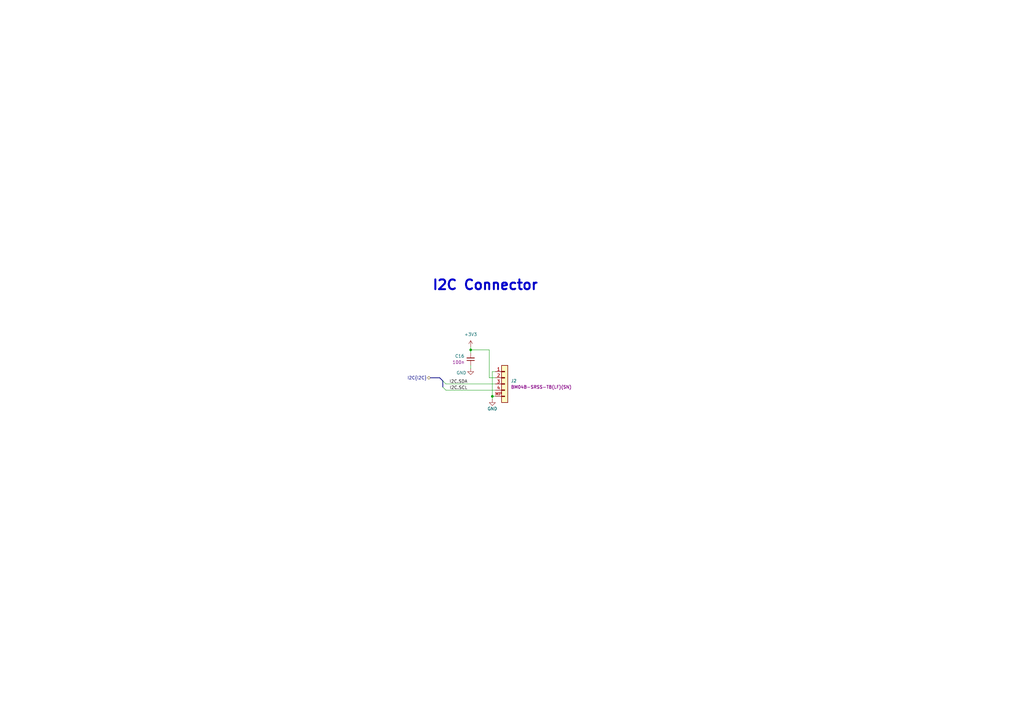
<source format=kicad_sch>
(kicad_sch (version 20250114) (generator "eeschema") (generator_version "9.0")
  (paper "A3")
  (title_block (title "DC-SCM Carrier Card for OSM-L SoMs") (date "2025-10-14") (rev "1.1.0"))
  (lib_symbols
    (symbol "GND_1" (power) (pin_numbers (hide yes)) (pin_names (hide yes))
      (property "Value" "GND" (at 8.89 -5.08 0))
      (symbol "GND_1_1_1"
        (polyline (pts (xy 0 0) (xy 0 -1.27) (xy 1.27 -1.27) (xy 0 -2.54) (xy -1.27 -1.27) (xy 0 -1.27)))
        (pin power_in line (at 0 0 270) (length 0) (name "GND") (number "1"))
      )
    )
    (symbol "antmicroCapacitors0402:C_100n_0402" (pin_numbers (hide yes)) (pin_names (hide yes))
      (property "Reference" "C" (at 20.32 -5.08 0))
      (property "Val" "100n" (at 20.32 -7.62 0))
      (symbol "C_100n_0402_0_1"
        (polyline (pts (xy 2.032 -1.524) (xy 2.032 1.524)) (stroke (width 0.3048)))
        (polyline (pts (xy 3.048 -1.524) (xy 3.048 1.524)) (stroke (width 0.3302)))
      )
      (symbol "C_100n_0402_1_1"
        (pin passive line (at 0 0 0) (length 2.032) (name "~") (number "1"))
        (pin passive line (at 5.08 0 180) (length 2.032) (name "~") (number "2"))
      )
    )
    (symbol "antmicroWire2BoardConnectors:JST_SH_1x4_BM04B-SRSS-TB-LF-SN"
      (property "Reference" "J" (at 20.32 -5.08 0))
      (property "MPN" "BM04B-SRSS-TB(LF)(SN) " (at 20.32 -15.24 0))
      (symbol "JST_SH_1x4_BM04B-SRSS-TB-LF-SN_1_1"
        (rectangle (start 2.54 2.54) (end 5.08 -12.7) (stroke (width 0.254)) (fill (type background)))
        (rectangle (start 2.54 0.127) (end 3.81 -0.127) (stroke (width 0.254)) (fill (type background)))
        (rectangle (start 2.54 -2.413) (end 3.81 -2.667) (stroke (width 0.254)) (fill (type background)))
        (rectangle (start 2.54 -4.953) (end 3.81 -5.207) (stroke (width 0.254)) (fill (type background)))
        (rectangle (start 2.54 -7.493) (end 3.81 -7.747) (stroke (width 0.254)) (fill (type background)))
        (rectangle (start 2.54 -10.033) (end 3.81 -10.287) (stroke (width 0.254)) (fill (type background)))
        (pin passive line (at 0 0 0) (length 2.54) (name "~") (number "1"))
        (pin passive line (at 0 -2.54 0) (length 2.54) (name "~") (number "2"))
        (pin passive line (at 0 -5.08 0) (length 2.54) (name "~") (number "3"))
        (pin passive line (at 0 -7.62 0) (length 2.54) (name "~") (number "4"))
        (pin passive line (at 0 -10.16 0) (length 2.54) (name "~") (number "MP"))
      )
    )
    (symbol "antmicropower:+3V3" (power) (pin_numbers (hide yes)) (pin_names (hide yes))
      (property "Value" "+3V3" (at -3.175 2.54 0))
      (symbol "+3V3_0_1"
        (polyline (pts (xy 0 2.54) (xy -0.762 1.27)))
        (polyline (pts (xy 0 2.54) (xy 0.762 1.27)))
        (polyline (pts (xy 0 0) (xy 0 2.54)))
      )
      (symbol "+3V3_1_1"
        (pin power_in line (at 0 0 90) (length 0) (hide yes) (name "+3V3") (number "1"))
      )
    )
    (symbol "antmicropower:GND" (power) (pin_numbers (hide yes)) (pin_names (hide yes))
      (property "Value" "GND" (at 8.89 -5.08 0))
      (symbol "GND_1_1"
        (polyline (pts (xy 0 0) (xy 0 -1.27) (xy 1.27 -1.27) (xy 0 -2.54) (xy -1.27 -1.27) (xy 0 -1.27)))
        (pin power_in line (at 0 0 270) (length 0) (name "GND") (number "1"))
      )
    )
  )
  (text "I2C Connector" (at 220.98 119.38 0) (effects (font (size 4 4) (thickness 0.8) (bold yes)) (justify right bottom)))
  (junction (at 193.04 143.51))
  (junction (at 201.93 162.56))
  (bus_entry (at 181.61 156.21) (size 1.27 1.27))
  (bus_entry (at 181.61 158.75) (size 1.27 1.27))
  (wire (pts (xy 193.04 149.86) (xy 193.04 151.13)))
  (wire (pts (xy 193.04 142.24) (xy 193.04 143.51)))
  (bus (pts (xy 181.61 156.21) (xy 181.61 158.75)))
  (wire (pts (xy 200.66 154.94) (xy 200.66 143.51)))
  (wire (pts (xy 193.04 143.51) (xy 193.04 144.78)))
  (wire (pts (xy 201.93 162.56) (xy 201.93 163.83)))
  (wire (pts (xy 203.2 154.94) (xy 200.66 154.94)))
  (bus (pts (xy 180.34 154.94) (xy 181.61 156.21)))
  (wire (pts (xy 203.2 152.4) (xy 201.93 152.4)))
  (bus (pts (xy 176.53 154.94) (xy 180.34 154.94)))
  (wire (pts (xy 193.04 143.51) (xy 200.66 143.51)))
  (wire (pts (xy 201.93 162.56) (xy 203.2 162.56)))
  (wire (pts (xy 201.93 152.4) (xy 201.93 162.56)))
  (wire (pts (xy 182.88 160.02) (xy 203.2 160.02)))
  (wire (pts (xy 182.88 157.48) (xy 203.2 157.48)))
  (label "I2C.SCL" (at 191.77 160.02 180))
  (label "I2C.SDA" (at 191.77 157.48 180))
  (hierarchical_label "I2C{I2C}" (shape bidirectional) (at 176.53 154.94 180))
  (symbol (lib_id "antmicropower:GND") (at 193.04 151.13 0) (mirror y) (unit 1)
    (property "Reference" "#PWR045" (effects (hide yes)))
    (property "Value" "GND" (at 189.23 152.908 0))
    (property "Author" "Antmicro" (effects (hide yes)))
    (property "License" "Apache-2.0" (effects (hide yes)))
  )
  (symbol (lib_id "antmicroCapacitors0402:C_100n_0402") (at 193.04 149.86 90) (unit 1)
    (property "Reference" "C16" (at 190.5 146.0436 90) (effects (justify left)))
    (property "Value" "C_100n_0402" (effects (hide yes)))
    (property "Footprint" "antmicro-footprints:C_0402_1005Metric" (effects (hide yes)))
    (property "Datasheet" "https://www.murata.com/products/productdetail?partno=GRM155R61H104KE14%23" (effects (hide yes)))
    (property "Description" "SMD Multilayer Ceramic Capacitor, 0.1 µF, 50 V, 0402 [1005 Metric], ± 10%, X5R, GRM Series" (effects (hide yes)))
    (property "MPN" "GRM155R61H104KE14D" (effects (hide yes)))
    (property "Manufacturer" "Murata" (effects (hide yes)))
    (property "License" "Apache-2.0" (effects (hide yes)))
    (property "Author" "Antmicro" (effects (hide yes)))
    (property "Val" "100n" (at 190.5 148.5836 90) (effects (justify left)))
    (property "Voltage" "50V" (effects (hide yes)))
    (property "Dielectric" "X5R" (effects (hide yes)))
  )
  (symbol (lib_name "GND_1") (lib_id "antmicropower:GND") (at 201.93 163.83 0) (unit 1)
    (property "Reference" "#PWR046" (effects (hide yes)))
    (property "Value" "GND" (at 201.93 167.64 0))
    (property "Author" "Antmicro" (effects (hide yes)))
    (property "License" "Apache-2.0" (effects (hide yes)))
  )
  (symbol (lib_id "antmicroWire2BoardConnectors:JST_SH_1x4_BM04B-SRSS-TB-LF-SN") (at 203.2 152.4 0) (unit 1)
    (property "Reference" "J2" (at 209.55 156.21 0) (effects (justify left)))
    (property "Value" "JST_SH_1x4_BM04B-SRSS-TB-LF-SN" (effects (hide yes)))
    (property "Footprint" "antmicro-footprints:Conn_JST_SH_1x4_BM04B-SRSS-TB-LF-SN" (effects (hide yes)))
    (property "Datasheet" "https://www.jst-mfg.com/product/pdf/eng/eSH.pdf" (effects (hide yes)))
    (property "Description" "Pin Header, Top Entry, Wire-to-Board, 1 mm, 1 Rows, 4 Contacts, Surface Mount, SR" (effects (hide yes)))
    (property "MPN" "BM04B-SRSS-TB(LF)(SN) " (at 209.55 158.75 0) (effects (justify left)))
    (property "Manufacturer" "JST Automotive Connectors" (effects (hide yes)))
    (property "Author" "Antmicro" (effects (hide yes)))
    (property "License" "Apache-2.0" (effects (hide yes)))
  )
  (symbol (lib_id "antmicropower:+3V3") (at 193.04 142.24 0) (unit 1)
    (property "Reference" "#PWR044" (effects (hide yes)))
    (property "Value" "+3V3" (at 193.04 137.16 0))
    (property "Author" "Antmicro" (effects (hide yes)))
    (property "License" "Apache-2.0" (effects (hide yes)))
  )
)
</source>
